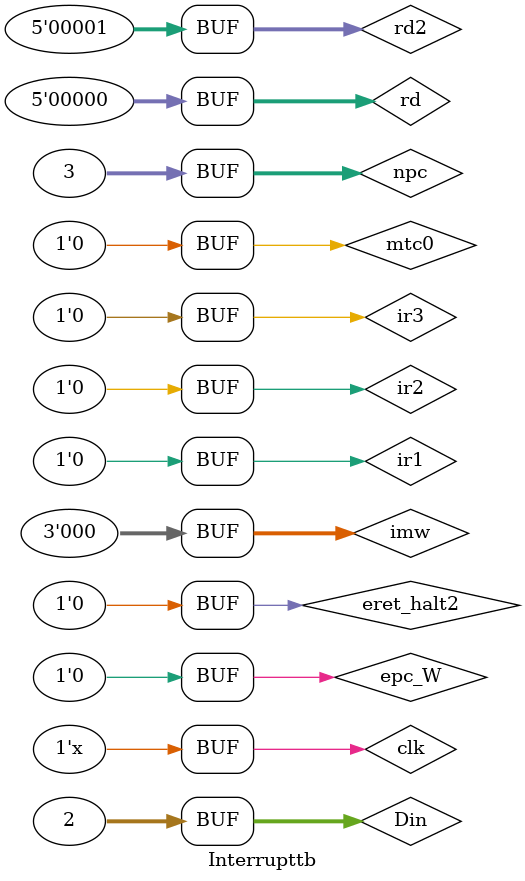
<source format=v>
`timescale 1ns / 1ps


module Interrupttb(    );
    reg [31:0] npc, Din;
	reg [4:0] rd, rd2;
	reg epc_W, mtc0, clk;
	reg ir1, ir2, ir3;
	reg [2:0] imw;
	reg eret_halt2;

	wire [31:0] epc;		//'
	wire [31:0] cp0_reg1; 	//'
	wire [31:0] cp0_R1, cp0_R2;

	wire led1, led2, led3;
	wire [1:0] ir_no;
	wire trap;
    Interrupt test(npc, Din, rd, rd2, epc_W, mtc0, clk, ir1, ir2, ir3, imw, eret_halt2,
         epc, cp0_reg1, cp0_R1, cp0_R2, led1, led2, led3, ir_no, trap
        );
        
     initial begin
        rd = 0;
        rd2 = 1;
        imw = 0;
        eret_halt2 = 0;
        ir1 = 0;
        ir2 = 0;
        ir3 = 0;
        epc_W = 0;
        mtc0 = 0;
        clk = 0;
        npc = 0;
        Din = 0;
        #4 mtc0 = 1;
            Din = 2;
        #4 mtc0 = 0;
            epc_W = 1;
            npc = 3;
         #6 epc_W = 0;
     end
     
     always #2 clk = ~clk;
endmodule

</source>
